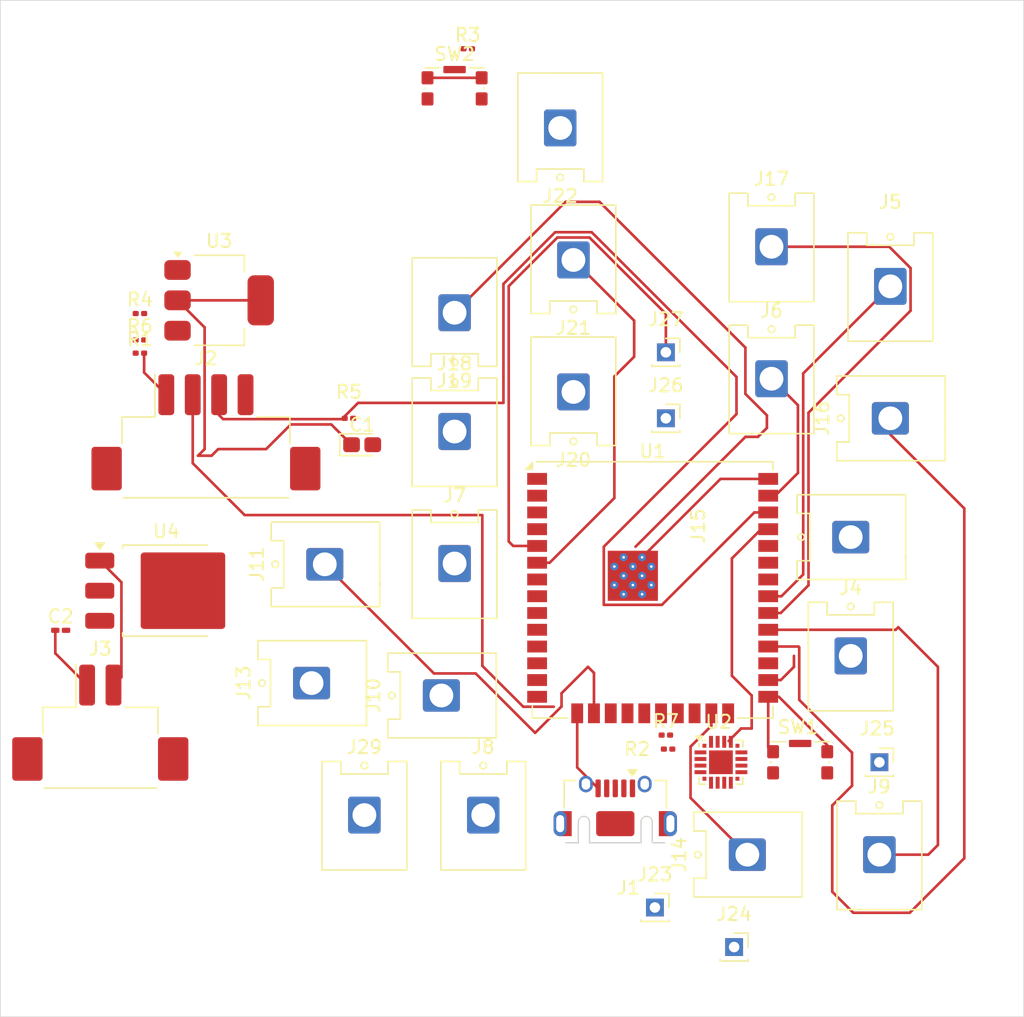
<source format=kicad_pcb>
(kicad_pcb (version 20241229) (generator "pcbnew") (generator_version "9.0")
  (layers (0 "F.Cu" signal) (2 "B.Cu" signal) (13 "F.Paste" user) (15 "B.Paste" user) (5 "F.SilkS" user "F.Silkscreen") (7 "B.SilkS" user "B.Silkscreen") (1 "F.Mask" user) (3 "B.Mask" user) (25 "Edge.Cuts" user))
  (net 0 "")
  (net 1 "Net-(U1-VDD)")
  (net 2 "+3.3V")
  (net 3 "Net-(U4-VI)")
  (net 4 "/VOLT_IN")
  (net 5 "GND")
  (net 6 "/D+")
  (net 7 "/D-")
  (net 8 "/VBUS")
  (net 9 "/SCL")
  (net 10 "Net-(J2-Pin_1)")
  (net 11 "/SDA")
  (net 12 "Net-(J4-Pin_1)")
  (net 13 "Net-(J5-Pin_1)")
  (net 14 "Net-(J6-Pin_1)")
  (net 15 "Net-(J7-Pin_1)")
  (net 16 "Net-(J8-Pin_1)")
  (net 17 "Net-(J9-Pin_1)")
  (net 18 "Net-(J10-Pin_1)")
  (net 19 "Net-(J11-Pin_1)")
  (net 20 "Net-(J13-Pin_1)")
  (net 21 "Net-(J14-Pin_1)")
  (net 22 "Net-(J15-Pin_1)")
  (net 23 "Net-(J16-Pin_1)")
  (net 24 "Net-(J17-Pin_1)")
  (net 25 "Net-(J18-Pin_1)")
  (net 26 "Net-(J19-Pin_1)")
  (net 27 "Net-(J20-Pin_1)")
  (net 28 "Net-(J21-Pin_1)")
  (net 29 "Net-(J22-Pin_1)")
  (net 30 "Net-(J23-Pin_1)")
  (net 31 "Net-(J24-Pin_1)")
  (net 32 "Net-(J25-Pin_1)")
  (net 33 "Net-(J26-Pin_1)")
  (net 34 "Net-(J27-Pin_1)")
  (net 35 "Net-(J29-Pin_1)")
  (net 36 "VCC")
  (net 37 "/BOOT")
  (net 38 "Net-(R3-Pad2)")
  (net 39 "Net-(U3-VI)")
  (net 40 "Net-(U2-~{RST})")
  (net 41 "Net-(U1-EN)")
  (net 45 "/UART_RX")
  (net 50 "/UART_TX")
  (footprint "Connector_Hirose:Hirose_DF63M-1P-3.96DSA_1x01_P3.96mm_Vertical" (layer "F.Cu") (at 170.4 91.67 90)
    (property "Reference" "J16" (at 0 -5.15 90) (layer "F.SilkS"))
    (property "Value" "GPIO17")
    (pad "" np_thru_hole circle (at -1.5 3.25 90) (size 1.6 1.6) (drill 1.6) (layers "*.Cu" "*.Mask"))
    (pad "1" thru_hole roundrect (at 0 0 90) (size 2.46 2.8) (drill 1.8) (layers "*.Cu" "*.Mask") (roundrect_rratio 0.101626) (net 23 "Net-(J16-Pin_1)"))
  )
  (footprint "Connector_Hirose:Hirose_DF63M-1P-3.96DSA_1x01_P3.96mm_Vertical" (layer "F.Cu") (at 167.4 100.67 90)
    (property "Reference" "J15" (at 0.83 -11.55 90) (layer "F.SilkS"))
    (property "Value" "GPIO16")
    (pad "" np_thru_hole circle (at -1.5 3.25 90) (size 1.6 1.6) (drill 1.6) (layers "*.Cu" "*.Mask"))
    (pad "1" thru_hole roundrect (at 0 0 90) (size 2.46 2.8) (drill 1.8) (layers "*.Cu" "*.Mask") (roundrect_rratio 0.101626) (net 22 "Net-(J15-Pin_1)"))
  )
  (footprint "Connector_Hirose:Hirose_DF63M-1P-3.96DSA_1x01_P3.96mm_Vertical" (layer "F.Cu") (at 161.4 88.67)
    (property "Reference" "J6" (at 0 -5.15 0) (layer "F.SilkS"))
    (property "Value" "GPIO23")
    (pad "" np_thru_hole circle (at -1.5 3.25) (size 1.6 1.6) (drill 1.6) (layers "*.Cu" "*.Mask"))
    (pad "1" thru_hole roundrect (at 0 0) (size 2.46 2.8) (drill 1.8) (layers "*.Cu" "*.Mask") (roundrect_rratio 0.101626) (net 14 "Net-(J6-Pin_1)"))
  )
  (footprint "Connector_Hirose:Hirose_DF63M-1P-3.96DSA_1x01_P3.96mm_Vertical" (layer "F.Cu") (at 161.4 78.67)
    (property "Reference" "J17" (at 0 -5.15 0) (layer "F.SilkS"))
    (property "Value" "GPIO18")
    (pad "" np_thru_hole circle (at -1.5 3.25) (size 1.6 1.6) (drill 1.6) (layers "*.Cu" "*.Mask"))
    (pad "1" thru_hole roundrect (at 0 0) (size 2.46 2.8) (drill 1.8) (layers "*.Cu" "*.Mask") (roundrect_rratio 0.101626) (net 24 "Net-(J17-Pin_1)"))
  )
  (footprint "Connector_Hirose:Hirose_DF63M-1P-3.96DSA_1x01_P3.96mm_Vertical" (layer "F.Cu") (at 137.4 92.67)
    (property "Reference" "J18" (at 0 -5.15 0) (layer "F.SilkS"))
    (property "Value" "GPIO27")
    (pad "" np_thru_hole circle (at -1.5 3.25) (size 1.6 1.6) (drill 1.6) (layers "*.Cu" "*.Mask"))
    (pad "1" thru_hole roundrect (at 0 0) (size 2.46 2.8) (drill 1.8) (layers "*.Cu" "*.Mask") (roundrect_rratio 0.101626) (net 25 "Net-(J18-Pin_1)"))
  )
  (footprint "Resistor_SMD:R_0201_0603Metric" (layer "F.Cu") (at 113.57 86.73)
    (property "Reference" "R1" (at 0 -1.05 0) (layer "F.SilkS"))
    (property "Value" "2.3k")
    (pad "1" smd roundrect (at -0.32 0) (size 0.46 0.4) (layers "F.Cu" "F.Mask") (net 36 "VCC"))
    (pad "2" smd roundrect (at 0.32 0) (size 0.46 0.4) (layers "F.Cu" "F.Mask") (net 10 "Net-(J2-Pin_1)"))
  )
  (footprint "Capacitor_Tantalum_SMD:CP_EIA-1608-08_AVX-J_HandSolder" (layer "F.Cu") (at 130.4 93.67)
    (property "Reference" "C1" (at 0 -1.52 0) (layer "F.SilkS"))
    (property "Value" "10uf")
    (pad "1" smd roundrect (at -0.8025 0) (size 1.265 1.13) (layers "F.Cu" "F.Mask" "F.Paste") (roundrect_rratio 0.221239) (net 2 "+3.3V"))
    (pad "2" smd roundrect (at 0.8025 0) (size 1.265 1.13) (layers "F.Cu" "F.Mask" "F.Paste") (roundrect_rratio 0.221239) (net 1 "Net-(U1-VDD)"))
  )
  (footprint "Connector_PinSocket_2.00mm:PinSocket_1x01_P2.00mm_Vertical" (layer "F.Cu") (at 158.57 131.73)
    (property "Reference" "J24" (at 0 -2.5 0) (layer "F.SilkS"))
    (property "Value" "O_RTS")
    (pad "1" thru_hole rect (at 0 0) (size 1.35 1.35) (drill 0.8) (layers "*.Cu" "*.Mask") (net 31 "Net-(J24-Pin_1)"))
  )
  (footprint "Connector_Hirose:Hirose_DF63M-1P-3.96DSA_1x01_P3.96mm_Vertical" (layer "F.Cu") (at 145.4 69.67 180)
    (property "Reference" "J22" (at 0 -5.15 0) (layer "F.SilkS"))
    (property "Value" "GPIO35")
    (pad "" np_thru_hole circle (at -1.5 3.25 180) (size 1.6 1.6) (drill 1.6) (layers "*.Cu" "*.Mask"))
    (pad "1" thru_hole roundrect (at 0 0 180) (size 2.46 2.8) (drill 1.8) (layers "*.Cu" "*.Mask") (roundrect_rratio 0.101626) (net 29 "Net-(J22-Pin_1)"))
  )
  (footprint "Connector_PinSocket_2.00mm:PinSocket_1x01_P2.00mm_Vertical" (layer "F.Cu") (at 153.4 86.67)
    (property "Reference" "J27" (at 0 -2.5 0) (layer "F.SilkS"))
    (property "Value" "Sensor_VN")
    (pad "1" thru_hole rect (at 0 0) (size 1.35 1.35) (drill 0.8) (layers "*.Cu" "*.Mask") (net 34 "Net-(J27-Pin_1)"))
  )
  (footprint "Resistor_SMD:R_0201_0603Metric" (layer "F.Cu") (at 129.4 91.67)
    (property "Reference" "R5" (at 0 -2 0) (layer "F.SilkS"))
    (property "Value" "4.4k")
    (pad "1" smd roundrect (at -0.32 0) (size 0.46 0.4) (layers "F.Cu" "F.Mask") (net 9 "/SCL"))
    (pad "2" smd roundrect (at 0.32 0) (size 0.46 0.4) (layers "F.Cu" "F.Mask") (net 2 "+3.3V"))
  )
  (footprint "Connector_Hirose:Hirose_DF63M-1P-3.96DSA_1x01_P3.96mm_Vertical" (layer "F.Cu") (at 167.4 109.67)
    (property "Reference" "J4" (at 0 -5.15 0) (layer "F.SilkS"))
    (property "Value" "GPIO4")
    (pad "" np_thru_hole circle (at -1.5 3.25) (size 1.6 1.6) (drill 1.6) (layers "*.Cu" "*.Mask"))
    (pad "1" thru_hole roundrect (at 0 0) (size 2.46 2.8) (drill 1.8) (layers "*.Cu" "*.Mask") (roundrect_rratio 0.101626) (net 12 "Net-(J4-Pin_1)"))
  )
  (footprint "Resistor_SMD:R_0201_0603Metric" (layer "F.Cu") (at 113.57 83.73)
    (property "Reference" "R4" (at 0 -1.05 0) (layer "F.SilkS"))
    (property "Value" "4.4k")
    (pad "1" smd roundrect (at -0.32 0) (size 0.46 0.4) (layers "F.Cu" "F.Mask") (net 2 "+3.3V"))
    (pad "2" smd roundrect (at 0.32 0) (size 0.46 0.4) (layers "F.Cu" "F.Mask") (net 11 "/SDA"))
  )
  (footprint "Resistor_SMD:R_0201_0603Metric" (layer "F.Cu") (at 153.57 116.73)
    (property "Reference" "R2" (at -2.345 0 0) (layer "F.SilkS"))
    (property "Value" "10K")
    (pad "1" smd roundrect (at -0.32 0) (size 0.46 0.4) (layers "F.Cu" "F.Mask") (net 36 "VCC"))
    (pad "2" smd roundrect (at 0.32 0) (size 0.46 0.4) (layers "F.Cu" "F.Mask") (net 37 "/BOOT"))
  )
  (footprint "RF_Module:ESP32-WROOM-32UE" (layer "F.Cu") (at 152.4 104.67)
    (property "Reference" "U1" (at 0 -10.5 0) (layer "F.SilkS"))
    (property "Value" "ESP32-WROOM-32UE")
    (pad "1" smd rect (at -8.75 -8.41) (size 1.5 0.9) (layers "F.Cu" "F.Mask" "F.Paste") (net 5 "GND"))
    (pad "2" smd rect (at -8.75 -7.14) (size 1.5 0.9) (layers "F.Cu" "F.Mask" "F.Paste") (net 1 "Net-(U1-VDD)"))
    (pad "3" smd rect (at -8.75 -5.87) (size 1.5 0.9) (layers "F.Cu" "F.Mask" "F.Paste") (net 41 "Net-(U1-EN)"))
    (pad "4" smd rect (at -8.75 -4.6) (size 1.5 0.9) (layers "F.Cu" "F.Mask" "F.Paste") (net 33 "Net-(J26-Pin_1)"))
    (pad "5" smd rect (at -8.75 -3.33) (size 1.5 0.9) (layers "F.Cu" "F.Mask" "F.Paste") (net 34 "Net-(J27-Pin_1)"))
    (pad "6" smd rect (at -8.75 -2.06) (size 1.5 0.9) (layers "F.Cu" "F.Mask" "F.Paste") (net 28 "Net-(J21-Pin_1)"))
    (pad "7" smd rect (at -8.75 -0.79) (size 1.5 0.9) (layers "F.Cu" "F.Mask" "F.Paste") (net 29 "Net-(J22-Pin_1)"))
    (pad "8" smd rect (at -8.75 0.48) (size 1.5 0.9) (layers "F.Cu" "F.Mask" "F.Paste") (net 26 "Net-(J19-Pin_1)"))
    (pad "9" smd rect (at -8.75 1.75) (size 1.5 0.9) (layers "F.Cu" "F.Mask" "F.Paste") (net 27 "Net-(J20-Pin_1)"))
    (pad "10" smd rect (at -8.75 3.02) (size 1.5 0.9) (layers "F.Cu" "F.Mask" "F.Paste") (net 15 "Net-(J7-Pin_1)"))
    (pad "11" smd rect (at -8.75 4.29) (size 1.5 0.9) (layers "F.Cu" "F.Mask" "F.Paste") (net 16 "Net-(J8-Pin_1)"))
    (pad "12" smd rect (at -8.75 5.56) (size 1.5 0.9) (layers "F.Cu" "F.Mask" "F.Paste") (net 25 "Net-(J18-Pin_1)"))
    (pad "13" smd rect (at -8.75 6.83) (size 1.5 0.9) (layers "F.Cu" "F.Mask" "F.Paste") (net 20 "Net-(J13-Pin_1)"))
    (pad "14" smd rect (at -8.75 8.1) (size 1.5 0.9) (layers "F.Cu" "F.Mask" "F.Paste") (net 18 "Net-(J10-Pin_1)"))
    (pad "15" smd rect (at -5.715 9.35 90) (size 1.5 0.9) (layers "F.Cu" "F.Mask" "F.Paste") (net 5 "GND"))
    (pad "16" smd rect (at -4.445 9.35 90) (size 1.5 0.9) (layers "F.Cu" "F.Mask" "F.Paste") (net 19 "Net-(J11-Pin_1)"))
    (pad "17" smd rect (at -3.175 9.35 90) (size 1.5 0.9) (layers "F.Cu" "F.Mask" "F.Paste"))
    (pad "18" smd rect (at -1.905 9.35 90) (size 1.5 0.9) (layers "F.Cu" "F.Mask" "F.Paste"))
    (pad "19" smd rect (at -0.635 9.35 90) (size 1.5 0.9) (layers "F.Cu" "F.Mask" "F.Paste"))
    (pad "20" smd rect (at 0.635 9.35 90) (size 1.5 0.9) (layers "F.Cu" "F.Mask" "F.Paste"))
    (pad "21" smd rect (at 1.905 9.35 90) (size 1.5 0.9) (layers "F.Cu" "F.Mask" "F.Paste"))
    (pad "22" smd rect (at 3.175 9.35 90) (size 1.5 0.9) (layers "F.Cu" "F.Mask" "F.Paste"))
    (pad "23" smd rect (at 4.445 9.35 90) (size 1.5 0.9) (layers "F.Cu" "F.Mask" "F.Paste") (net 21 "Net-(J14-Pin_1)"))
    (pad "24" smd rect (at 5.715 9.35 90) (size 1.5 0.9) (layers "F.Cu" "F.Mask" "F.Paste") (net 35 "Net-(J29-Pin_1)"))
    (pad "25" smd rect (at 8.75 8.1) (size 1.5 0.9) (layers "F.Cu" "F.Mask" "F.Paste") (net 37 "/BOOT"))
    (pad "26" smd rect (at 8.75 6.83) (size 1.5 0.9) (layers "F.Cu" "F.Mask" "F.Paste") (net 12 "Net-(J4-Pin_1)"))
    (pad "27" smd rect (at 8.75 5.56) (size 1.5 0.9) (layers "F.Cu" "F.Mask" "F.Paste") (net 22 "Net-(J15-Pin_1)"))
    (pad "28" smd rect (at 8.75 4.29) (size 1.5 0.9) (layers "F.Cu" "F.Mask" "F.Paste") (net 23 "Net-(J16-Pin_1)"))
    (pad "29" smd rect (at 8.75 3.02) (size 1.5 0.9) (layers "F.Cu" "F.Mask" "F.Paste") (net 17 "Net-(J9-Pin_1)"))
    (pad "30" smd rect (at 8.75 1.75) (size 1.5 0.9) (layers "F.Cu" "F.Mask" "F.Paste") (net 24 "Net-(J17-Pin_1)"))
    (pad "31" smd rect (at 8.75 0.48) (size 1.5 0.9) (layers "F.Cu" "F.Mask" "F.Paste") (net 13 "Net-(J5-Pin_1)"))
    (pad "32" smd rect (at 8.75 -0.79) (size 1.5 0.9) (layers "F.Cu" "F.Mask" "F.Paste"))
    (pad "33" smd rect (at 8.75 -2.06) (size 1.5 0.9) (layers "F.Cu" "F.Mask" "F.Paste") (net 11 "/SDA"))
    (pad "34" smd rect (at 8.75 -3.33) (size 1.5 0.9) (layers "F.Cu" "F.Mask" "F.Paste") (net 45 "/UART_RX"))
    (pad "35" smd rect (at 8.75 -4.6) (size 1.5 0.9) (layers "F.Cu" "F.Mask" "F.Paste") (net 50 "/UART_TX"))
    (pad "36" smd rect (at 8.75 -5.87) (size 1.5 0.9) (layers "F.Cu" "F.Mask" "F.Paste") (net 9 "/SCL"))
    (pad "37" smd rect (at 8.75 -7.14) (size 1.5 0.9) (layers "F.Cu" "F.Mask" "F.Paste") (net 14 "Net-(J6-Pin_1)"))
    (pad "38" smd rect (at 8.75 -8.41) (size 1.5 0.9) (layers "F.Cu" "F.Mask" "F.Paste") (net 5 "GND"))
    (pad "39" smd rect (at -2.9 -2.47) (size 0.9 0.9) (layers "F.Cu" "F.Paste") (net 5 "GND"))
    (pad "39" thru_hole circle (at -2.9 -1.77) (size 0.6 0.6) (drill 0.2) (property pad_prop_heatsink) (layers "*.Cu" "F.Mask") (net 5 "GND"))
    (pad "39" smd rect (at -2.9 -1.07) (size 0.9 0.9) (layers "F.Cu" "F.Paste") (net 5 "GND"))
    (pad "39" thru_hole circle (at -2.9 -0.37) (size 0.6 0.6) (drill 0.2) (property pad_prop_heatsink) (layers "*.Cu" "F.Mask") (net 5 "GND"))
    (pad "39" smd rect (at -2.9 0.33) (size 0.9 0.9) (layers "F.Cu" "F.Paste") (net 5 "GND"))
    (pad "39" thru_hole circle (at -2.2 -2.47) (size 0.6 0.6) (drill 0.2) (property pad_prop_heatsink) (layers "*.Cu" "F.Mask") (net 5 "GND"))
    (pad "39" thru_hole circle (at -2.2 -1.07) (size 0.6 0.6) (drill 0.2) (property pad_prop_heatsink) (layers "*.Cu" "F.Mask") (net 5 "GND"))
    (pad "39" thru_hole circle (at -2.2 0.33) (size 0.6 0.6) (drill 0.2) (property pad_prop_heatsink) (layers "*.Cu" "F.Mask") (net 5 "GND"))
    (pad "39" smd rect (at -1.5 -2.47) (size 0.9 0.9) (layers "F.Cu" "F.Paste") (net 5 "GND"))
    (pad "39" thru_hole circle (at -1.5 -1.77) (size 0.6 0.6) (drill 0.2) (property pad_prop_heatsink) (layers "*.Cu" "F.Mask") (net 5 "GND"))
    (pad "39" smd rect (at -1.5 -1.07) (size 0.9 0.9) (layers "F.Cu" "F.Paste") (net 5 "GND"))
    (pad "39" smd rect (at -1.5 -1.07) (size 3.8 3.8) (property pad_prop_heatsink) (layers "F.Cu" "F.Mask") (net 5 "GND"))
    (pad "39" thru_hole circle (at -1.5 -0.37) (size 0.6 0.6) (drill 0.2) (property pad_prop_heatsink) (layers "*.Cu" "F.Mask") (net 5 "GND"))
    (pad "39" smd rect (at -1.5 0.33) (size 0.9 0.9) (layers "F.Cu" "F.Paste") (net 5 "GND"))
    (pad "39" thru_hole circle (at -0.8 -2.47) (size 0.6 0.6) (drill 0.2) (property pad_prop_heatsink) (layers "*.Cu" "F.Mask") (net 5 "GND"))
    (pad "39" thru_hole circle (at -0.8 -1.07) (size 0.6 0.6) (drill 0.2) (property pad_prop_heatsink) (layers "*.Cu" "F.Mask") (net 5 "GND"))
    (pad "39" thru_hole circle (at -0.8 0.33) (size 0.6 0.6) (drill 0.2) (property pad_prop_heatsink) (layers "*.Cu" "F.Mask") (net 5 "GND"))
    (pad "39" smd rect (at -0.1 -2.47) (size 0.9 0.9) (layers "F.Cu" "F.Paste") (net 5 "GND"))
    (pad "39" thru_hole circle (at -0.1 -1.77) (size 0.6 0.6) (drill 0.2) (property pad_prop_heatsink) (layers "*.Cu" "F.Mask") (net 5 "GND"))
    (pad "39" smd rect (at -0.1 -1.07) (size 0.9 0.9) (layers "F.Cu" "F.Paste") (net 5 "GND"))
    (pad "39" thru_hole circle (at -0.1 -0.37) (size 0.6 0.6) (drill 0.2) (property pad_prop_heatsink) (layers "*.Cu" "F.Mask") (net 5 "GND"))
    (pad "39" smd rect (at -0.1 0.33) (size 0.9 0.9) (layers "F.Cu" "F.Paste") (net 5 "GND"))
  )
  (footprint "Connector_PinSocket_2.00mm:PinSocket_1x01_P2.00mm_Vertical" (layer "F.Cu") (at 153.4 91.67)
    (property "Reference" "J26" (at 0 -2.5 0) (layer "F.SilkS"))
    (property "Value" "Sensor_VN")
    (pad "1" thru_hole rect (at 0 0) (size 1.35 1.35) (drill 0.8) (layers "*.Cu" "*.Mask") (net 33 "Net-(J26-Pin_1)"))
  )
  (footprint "Resistor_SMD:R_0201_0603Metric" (layer "F.Cu") (at 113.57 85.73)
    (property "Reference" "R6" (at 0 -1.05 0) (layer "F.SilkS"))
    (property "Value" "2.3k")
    (pad "1" smd roundrect (at -0.32 0) (size 0.46 0.4) (layers "F.Cu" "F.Mask") (net 36 "VCC"))
    (pad "2" smd roundrect (at 0.32 0) (size 0.46 0.4) (layers "F.Cu" "F.Mask") (net 39 "Net-(U3-VI)"))
  )
  (footprint "Connector_Hirose:Hirose_DF63M-1P-3.96DSA_1x01_P3.96mm_Vertical" (layer "F.Cu") (at 170.4 81.67)
    (property "Reference" "J5" (at 0 -6.4 0) (layer "F.SilkS"))
    (property "Value" "GPIO19")
    (pad "" np_thru_hole circle (at -1.5 3.25) (size 1.6 1.6) (drill 1.6) (layers "*.Cu" "*.Mask"))
    (pad "1" thru_hole roundrect (at 0 0) (size 2.46 2.8) (drill 1.8) (layers "*.Cu" "*.Mask") (roundrect_rratio 0.101626) (net 13 "Net-(J5-Pin_1)"))
  )
  (footprint "Connector_Hirose:Hirose_DF63M-1P-3.96DSA_1x01_P3.96mm_Vertical" (layer "F.Cu") (at 137.4 102.67)
    (property "Reference" "J7" (at 0 -5.15 0) (layer "F.SilkS"))
    (property "Value" "GPIO25")
    (pad "" np_thru_hole circle (at -1.5 3.25) (size 1.6 1.6) (drill 1.6) (layers "*.Cu" "*.Mask"))
    (pad "1" thru_hole roundrect (at 0 0) (size 2.46 2.8) (drill 1.8) (layers "*.Cu" "*.Mask") (roundrect_rratio 0.101626) (net 15 "Net-(J7-Pin_1)"))
  )
  (footprint "Connector_Hirose:Hirose_DF63M-1P-3.96DSA_1x01_P3.96mm_Vertical" (layer "F.Cu") (at 136.4 112.67 90)
    (property "Reference" "J10" (at 0 -5.15 90) (layer "F.SilkS"))
    (property "Value" "GPIO12")
    (pad "" np_thru_hole circle (at -1.5 3.25 90) (size 1.6 1.6) (drill 1.6) (layers "*.Cu" "*.Mask"))
    (pad "1" thru_hole roundrect (at 0 0 90) (size 2.46 2.8) (drill 1.8) (layers "*.Cu" "*.Mask") (roundrect_rratio 0.101626) (net 18 "Net-(J10-Pin_1)"))
  )
  (footprint "Resistor_SMD:R_0201_0603Metric" (layer "F.Cu") (at 138.4 63.67)
    (property "Reference" "R3" (at 0 -1.05 0) (layer "F.SilkS"))
    (property "Value" "10k")
    (pad "1" smd roundrect (at -0.32 0) (size 0.46 0.4) (layers "F.Cu" "F.Mask") (net 5 "GND"))
    (pad "2" smd roundrect (at 0.32 0) (size 0.46 0.4) (layers "F.Cu" "F.Mask") (net 38 "Net-(R3-Pad2)"))
  )
  (footprint "Connector_Hirose:Hirose_DF63M-1P-3.96DSA_1x01_P3.96mm_Vertical" (layer "F.Cu") (at 169.57 124.73)
    (property "Reference" "J9" (at 0 -5.15 0) (layer "F.SilkS"))
    (property "Value" "GPIO5")
    (pad "" np_thru_hole circle (at -1.5 3.25) (size 1.6 1.6) (drill 1.6) (layers "*.Cu" "*.Mask"))
    (pad "1" thru_hole roundrect (at 0 0) (size 2.46 2.8) (drill 1.8) (layers "*.Cu" "*.Mask") (roundrect_rratio 0.101626) (net 17 "Net-(J9-Pin_1)"))
  )
  (footprint "Connector_Hirose:Hirose_DF63M-1P-3.96DSA_1x01_P3.96mm_Vertical" (layer "F.Cu") (at 137.4 83.67 180)
    (property "Reference" "J19" (at 0 -5.15 0) (layer "F.SilkS"))
    (property "Value" "GPIO32")
    (pad "" np_thru_hole circle (at -1.5 3.25 180) (size 1.6 1.6) (drill 1.6) (layers "*.Cu" "*.Mask"))
    (pad "1" thru_hole roundrect (at 0 0 180) (size 2.46 2.8) (drill 1.8) (layers "*.Cu" "*.Mask") (roundrect_rratio 0.101626) (net 26 "Net-(J19-Pin_1)"))
  )
  (footprint "Connector_Hirose:Hirose_DF63M-1P-3.96DSA_1x01_P3.96mm_Vertical" (layer "F.Cu") (at 146.4 89.67 180)
    (property "Reference" "J20" (at 0 -5.15 0) (layer "F.SilkS"))
    (property "Value" "GPIO33")
    (pad "" np_thru_hole circle (at -1.5 3.25 180) (size 1.6 1.6) (drill 1.6) (layers "*.Cu" "*.Mask"))
    (pad "1" thru_hole roundrect (at 0 0 180) (size 2.46 2.8) (drill 1.8) (layers "*.Cu" "*.Mask") (roundrect_rratio 0.101626) (net 27 "Net-(J20-Pin_1)"))
  )
  (footprint "Connector_PinSocket_2.00mm:PinSocket_1x01_P2.00mm_Vertical" (layer "F.Cu") (at 152.57 128.73)
    (property "Reference" "J23" (at 0 -2.5 0) (layer "F.SilkS"))
    (property "Value" "3.3V_INPUT")
    (pad "1" thru_hole rect (at 0 0) (size 1.35 1.35) (drill 0.8) (layers "*.Cu" "*.Mask") (net 30 "Net-(J23-Pin_1)"))
  )
  (footprint "Connector_Hirose:Hirose_DF63M-1P-3.96DSA_1x01_P3.96mm_Vertical" (layer "F.Cu") (at 127.57 102.73 90)
    (property "Reference" "J11" (at 0 -5.15 90) (layer "F.SilkS"))
    (property "Value" "GPIO13")
    (pad "" np_thru_hole circle (at -1.5 3.25 90) (size 1.6 1.6) (drill 1.6) (layers "*.Cu" "*.Mask"))
    (pad "1" thru_hole roundrect (at 0 0 90) (size 2.46 2.8) (drill 1.8) (layers "*.Cu" "*.Mask") (roundrect_rratio 0.101626) (net 19 "Net-(J11-Pin_1)"))
  )
  (footprint "Connector_Hirose:Hirose_DF3EA-02P-2H_1x02-1MP_P2.00mm_Horizontal" (layer "F.Cu") (at 110.57 114.73)
    (property "Reference" "J3" (at 0 -5.6 0) (layer "F.SilkS"))
    (property "Value" "5V_VIN")
    (pad "1" smd roundrect (at -1 -2.85) (size 1.2 3.1) (layers "F.Cu" "F.Mask" "F.Paste") (roundrect_rratio 0.208333) (net 4 "/VOLT_IN"))
    (pad "2" smd roundrect (at 1 -2.85) (size 1.2 3.1) (layers "F.Cu" "F.Mask" "F.Paste") (roundrect_rratio 0.208333) (net 5 "GND"))
    (pad "MP" smd roundrect (at -5.52 2.75) (size 2.3 3.3) (layers "F.Cu" "F.Mask" "F.Paste") (roundrect_rratio 0.108696))
    (pad "MP" smd roundrect (at 5.52 2.75) (size 2.3 3.3) (layers "F.Cu" "F.Mask" "F.Paste") (roundrect_rratio 0.108696))
  )
  (footprint "Package_DFN_QFN:SiliconLabs_QFN-20-1EP_3x3mm_P0.5mm_EP1.8x1.8mm" (layer "F.Cu") (at 157.57 117.73)
    (property "Reference" "U2" (at -0.17 -3.06 0) (layer "F.SilkS"))
    (property "Value" "CP2102N-Axx-xQFN20")
    (pad "1" smd rect (at -1.25 -1.25) (size 0.3 0.3) (layers "F.Cu" "F.Mask" "F.Paste"))
    (pad "2" smd rect (at -1.55 -0.75) (size 0.9 0.3) (layers "F.Cu" "F.Mask" "F.Paste"))
    (pad "3" smd rect (at -1.55 -0.25) (size 0.9 0.3) (layers "F.Cu" "F.Mask" "F.Paste") (net 5 "GND"))
    (pad "4" smd rect (at -1.55 0.25) (size 0.9 0.3) (layers "F.Cu" "F.Mask" "F.Paste") (net 6 "/D+"))
    (pad "5" smd rect (at -1.55 0.75) (size 0.9 0.3) (layers "F.Cu" "F.Mask" "F.Paste") (net 7 "/D-"))
    (pad "6" smd rect (at -1.25 1.25) (size 0.3 0.3) (layers "F.Cu" "F.Mask" "F.Paste") (net 30 "Net-(J23-Pin_1)"))
    (pad "7" smd rect (at -0.75 1.55 90) (size 0.9 0.3) (layers "F.Cu" "F.Mask" "F.Paste") (net 36 "VCC"))
    (pad "8" smd rect (at -0.25 1.55 90) (size 0.9 0.3) (layers "F.Cu" "F.Mask" "F.Paste") (net 8 "/VBUS"))
    (pad "9" smd rect (at 0.25 1.55 90) (size 0.9 0.3) (layers "F.Cu" "F.Mask" "F.Paste") (net 40 "Net-(U2-~{RST})"))
    (pad "10" smd rect (at 0.75 1.55 90) (size 0.9 0.3) (layers "F.Cu" "F.Mask" "F.Paste"))
    (pad "11" smd rect (at 1.25 1.25) (size 0.3 0.3) (layers "F.Cu" "F.Mask" "F.Paste"))
    (pad "12" smd rect (at 1.55 0.75) (size 0.9 0.3) (layers "F.Cu" "F.Mask" "F.Paste") (net 5 "GND"))
    (pad "13" smd rect (at 1.55 0.25) (size 0.9 0.3) (layers "F.Cu" "F.Mask" "F.Paste"))
    (pad "14" smd rect (at 1.55 -0.25) (size 0.9 0.3) (layers "F.Cu" "F.Mask" "F.Paste"))
    (pad "15" smd rect (at 1.55 -0.75) (size 0.9 0.3) (layers "F.Cu" "F.Mask" "F.Paste") (net 32 "Net-(J25-Pin_1)"))
    (pad "16" smd rect (at 1.25 -1.25) (size 0.3 0.3) (layers "F.Cu" "F.Mask" "F.Paste") (net 31 "Net-(J24-Pin_1)"))
    (pad "17" smd rect (at 0.75 -1.55 90) (size 0.9 0.3) (layers "F.Cu" "F.Mask" "F.Paste") (net 50 "/UART_TX"))
    (pad "18" smd rect (at 0.25 -1.55 90) (size 0.9 0.3) (layers "F.Cu" "F.Mask" "F.Paste") (net 45 "/UART_RX"))
    (pad "19" smd rect (at -0.25 -1.55 90) (size 0.9 0.3) (layers "F.Cu" "F.Mask" "F.Paste"))
    (pad "20" smd rect (at -0.75 -1.55 90) (size 0.9 0.3) (layers "F.Cu" "F.Mask" "F.Paste"))
    (pad "21" smd rect (at 0 0) (size 1.8 1.8) (layers "F.Cu" "F.Mask") (net 5 "GND"))
  )
  (footprint "Button_Switch_SMD:SW_SPST_CK_KMS2xxGP" (layer "F.Cu") (at 137.4 66.67)
    (property "Reference" "SW2" (at 0 -2.6 0) (layer "F.SilkS"))
    (property "Value" "CK_KMS2xxG")
    (pad "" np_thru_hole circle (at -0.975 0.75) (size 0.9 0.9) (drill 0.9) (layers "*.Cu" "*.Mask"))
    (pad "" np_thru_hole circle (at 0.975 0.75) (size 0.9 0.9) (drill 0.9) (layers "*.Cu" "*.Mask"))
    (pad "1" smd roundrect (at -2.05 -0.8) (size 0.9 1) (layers "F.Cu" "F.Mask" "F.Paste") (roundrect_rratio 0.15) (net 38 "Net-(R3-Pad2)"))
    (pad "1" smd roundrect (at 2.05 -0.8) (size 0.9 1) (layers "F.Cu" "F.Mask" "F.Paste") (roundrect_rratio 0.15) (net 38 "Net-(R3-Pad2)"))
    (pad "2" smd roundrect (at -2.05 0.8) (size 0.9 1) (layers "F.Cu" "F.Mask" "F.Paste") (roundrect_rratio 0.15) (net 41 "Net-(U1-EN)"))
    (pad "2" smd roundrect (at 2.05 0.8) (size 0.9 1) (layers "F.Cu" "F.Mask" "F.Paste") (roundrect_rratio 0.15) (net 41 "Net-(U1-EN)"))
    (pad "SH" smd roundrect (at 0 -1.425) (size 1.7 0.55) (layers "F.Cu" "F.Mask" "F.Paste") (roundrect_rratio 0.15) (net 5 "GND"))
  )
  (footprint "Connector_PinSocket_2.00mm:PinSocket_1x01_P2.00mm_Vertical" (layer "F.Cu") (at 169.57 117.73)
    (property "Reference" "J25" (at -0.17 -2.56 0) (layer "F.SilkS"))
    (property "Value" "O_CTS")
    (pad "1" thru_hole rect (at 0 0) (size 1.35 1.35) (drill 0.8) (layers "*.Cu" "*.Mask") (net 32 "Net-(J25-Pin_1)"))
  )
  (footprint "Resistor_SMD:R_0201_0603Metric" (layer "F.Cu") (at 153.4 115.67)
    (property "Reference" "R7" (at 0 -1.05 0) (layer "F.SilkS"))
    (property "Value" "4.4k")
    (pad "1" smd roundrect (at -0.32 0) (size 0.46 0.4) (layers "F.Cu" "F.Mask") (net 36 "VCC"))
    (pad "2" smd roundrect (at 0.32 0) (size 0.46 0.4) (layers "F.Cu" "F.Mask") (net 40 "Net-(U2-~{RST})"))
  )
  (footprint "Connector_USB:USB_Micro-AB_Molex_47590-0001" (layer "F.Cu") (at 149.57 122.73)
    (property "Reference" "J1" (at 1 4.5 180) (layer "F.SilkS"))
    (property "Value" "USB_B_Micro")
    (fp_line (start -3.75 1.1) (end -2.8 1.1) (stroke (width 0.1)) (layer "Edge.Cuts"))
    (fp_line (start -2.8 -0.475) (end -2.8 1.1) (stroke (width 0.1)) (layer "Edge.Cuts"))
    (fp_line (start -1.95 -0.475) (end -1.95 1.1) (stroke (width 0.1)) (layer "Edge.Cuts"))
    (fp_line (start -1.95 1.1) (end 1.95 1.1) (stroke (width 0.1)) (layer "Edge.Cuts"))
    (fp_line (start 1.95 -0.475) (end 1.95 1.1) (stroke (width 0.1)) (layer "Edge.Cuts"))
    (fp_line (start 2.8 -0.475) (end 2.8 1.1) (stroke (width 0.1)) (layer "Edge.Cuts"))
    (fp_line (start 2.8 1.1) (end 3.75 1.1) (stroke (width 0.1)) (layer "Edge.Cuts"))
    (fp_arc (start -2.8 -0.475) (mid -2.375 -0.9) (end -1.95 -0.475) (stroke (width 0.1)) (layer "Edge.Cuts"))
    (fp_arc (start 1.95 -0.475) (mid 2.375 -0.9) (end 2.8 -0.475) (stroke (width 0.1)) (layer "Edge.Cuts"))
    (pad "1" smd roundrect (at 1.3 -3.025) (size 0.4 1.35) (layers "F.Cu" "F.Mask" "F.Paste") (net 8 "/VBUS"))
    (pad "2" smd roundrect (at 0.65 -3.025) (size 0.4 1.35) (layers "F.Cu" "F.Mask" "F.Paste") (net 7 "/D-"))
    (pad "3" smd roundrect (at 0 -3.025) (size 0.4 1.35) (layers "F.Cu" "F.Mask" "F.Paste") (net 6 "/D+"))
    (pad "4" smd roundrect (at -0.65 -3.025) (size 0.4 1.35) (layers "F.Cu" "F.Mask" "F.Paste") (net 5 "GND"))
    (pad "5" smd roundrect (at -1.3 -3.025) (size 0.4 1.35) (layers "F.Cu" "F.Mask" "F.Paste") (net 5 "GND"))
    (pad "6" thru_hole oval (at -4.175 -0.35) (size 1 1.9) (drill oval 0.6 1.3) (property pad_prop_heatsink) (layers "*.Cu" "*.Mask") (net 5 "GND"))
    (pad "6" smd rect (at -3.7375 -0.35) (size 0.875 1.9) (layers "F.Cu" "F.Mask") (net 5 "GND"))
    (pad "6" thru_hole oval (at -2.225 -3.35) (size 1.05 1.25) (drill oval 0.65 0.85) (property pad_prop_heatsink) (layers "*.Cu" "*.Mask") (net 5 "GND"))
    (pad "6" smd roundrect (at 0 -0.35) (size 2.9 1.9) (layers "F.Cu" "F.Mask" "F.Paste") (roundrect_rratio 0.1315789474) (net 5 "GND"))
    (pad "6" thru_hole oval (at 2.225 -3.35) (size 1.05 1.25) (drill oval 0.65 0.85) (property pad_prop_heatsink) (layers "*.Cu" "*.Mask") (net 5 "GND"))
    (pad "6" smd rect (at 3.7375 -0.35) (size 0.875 1.9) (layers "F.Cu" "F.Mask") (net 5 "GND"))
    (pad "6" thru_hole oval (at 4.175 -0.35) (size 1 1.9) (drill oval 0.6 1.3) (property pad_prop_heatsink) (layers "*.Cu" "*.Mask") (net 5 "GND"))
  )
  (footprint "Connector_Hirose:Hirose_DF63M-1P-3.96DSA_1x01_P3.96mm_Vertical" (layer "F.Cu") (at 139.57 121.73)
    (property "Reference" "J8" (at 0 -5.15 0) (layer "F.SilkS"))
    (property "Value" "GPIO26")
    (pad "" np_thru_hole circle (at -1.5 3.25) (size 1.6 1.6) (drill 1.6) (layers "*.Cu" "*.Mask"))
    (pad "1" thru_hole roundrect (at 0 0) (size 2.46 2.8) (drill 1.8) (layers "*.Cu" "*.Mask") (roundrect_rratio 0.101626) (net 16 "Net-(J8-Pin_1)"))
  )
  (footprint "Package_TO_SOT_SMD:SOT-223-3_TabPin2" (layer "F.Cu") (at 119.57 82.73)
    (property "Reference" "U3" (at 0 -4.5 0) (layer "F.SilkS"))
    (property "Value" "AMS1117-3.3")
    (pad "1" smd roundrect (at -3.15 -2.3) (size 2 1.5) (layers "F.Cu" "F.Mask" "F.Paste") (net 5 "GND"))
    (pad "2" smd roundrect (at -3.15 0) (size 2 1.5) (layers "F.Cu" "F.Mask" "F.Paste") (net 2 "+3.3V"))
    (pad "2" smd roundrect (at 3.15 0) (size 2 3.8) (layers "F.Cu" "F.Mask" "F.Paste") (net 2 "+3.3V"))
    (pad "3" smd roundrect (at -3.15 2.3) (size 2 1.5) (layers "F.Cu" "F.Mask" "F.Paste") (net 39 "Net-(U3-VI)"))
  )
  (footprint "Connector_Hirose:Hirose_DF63M-1P-3.96DSA_1x01_P3.96mm_Vertical" (layer "F.Cu") (at 159.57 124.73 90)
    (property "Reference" "J14" (at 0 -5.15 90) (layer "F.SilkS"))
    (property "Value" "GPIO15")
    (pad "" np_thru_hole circle (at -1.5 3.25 90) (size 1.6 1.6) (drill 1.6) (layers "*.Cu" "*.Mask"))
    (pad "1" thru_hole roundrect (at 0 0 90) (size 2.46 2.8) (drill 1.8) (layers "*.Cu" "*.Mask") (roundrect_rratio 0.101626) (net 21 "Net-(J14-Pin_1)"))
  )
  (footprint "Button_Switch_SMD:SW_SPST_CK_KMS2xxGP" (layer "F.Cu") (at 163.57 117.73)
    (property "Reference" "SW1" (at -0.17 -2.66 0) (layer "F.SilkS"))
    (property "Value" "CK_KMS2xxG")
    (pad "" np_thru_hole circle (at -0.975 0.75) (size 0.9 0.9) (drill 0.9) (layers "*.Cu" "*.Mask"))
    (pad "" np_thru_hole circle (at 0.975 0.75) (size 0.9 0.9) (drill 0.9) (layers "*.Cu" "*.Mask"))
    (pad "1" smd roundrect (at -2.05 -0.8) (size 0.9 1) (layers "F.Cu" "F.Mask" "F.Paste") (roundrect_rratio 0.15) (net 37 "/BOOT"))
    (pad "1" smd roundrect (at 2.05 -0.8) (size 0.9 1) (layers "F.Cu" "F.Mask" "F.Paste") (roundrect_rratio 0.15) (net 37 "/BOOT"))
    (pad "2" smd roundrect (at -2.05 0.8) (size 0.9 1) (layers "F.Cu" "F.Mask" "F.Paste") (roundrect_rratio 0.15) (net 5 "GND"))
    (pad "2" smd roundrect (at 2.05 0.8) (size 0.9 1) (layers "F.Cu" "F.Mask" "F.Paste") (roundrect_rratio 0.15) (net 5 "GND"))
    (pad "SH" smd roundrect (at 0 -1.425) (size 1.7 0.55) (layers "F.Cu" "F.Mask" "F.Paste") (roundrect_rratio 0.15) (net 5 "GND"))
  )
  (footprint "Connector_Hirose:Hirose_DF63M-1P-3.96DSA_1x01_P3.96mm_Vertical" (layer "F.Cu") (at 130.57 121.73)
    (property "Reference" "J29" (at 0 -5.15 0) (layer "F.SilkS"))
    (property "Value" "GPIO2")
    (pad "" np_thru_hole circle (at -1.5 3.25) (size 1.6 1.6) (drill 1.6) (layers "*.Cu" "*.Mask"))
    (pad "1" thru_hole roundrect (at 0 0) (size 2.46 2.8) (drill 1.8) (layers "*.Cu" "*.Mask") (roundrect_rratio 0.101626) (net 35 "Net-(J29-Pin_1)"))
  )
  (footprint "Connector_Hirose:Hirose_DF3EA-04P-2H_1x04-1MP_P2.00mm_Horizontal" (layer "F.Cu") (at 118.57 92.73)
    (property "Reference" "J2" (at 0 -5.6 0) (layer "F.SilkS"))
    (property "Value" "I2C_Connector")
    (pad "1" smd roundrect (at -3 -2.85) (size 1.2 3.1) (layers "F.Cu" "F.Mask" "F.Paste") (roundrect_rratio 0.208333) (net 10 "Net-(J2-Pin_1)"))
    (pad "2" smd roundrect (at -1 -2.85) (size 1.2 3.1) (layers "F.Cu" "F.Mask" "F.Paste") (roundrect_rratio 0.208333) (net 11 "/SDA"))
    (pad "3" smd roundrect (at 1 -2.85) (size 1.2 3.1) (layers "F.Cu" "F.Mask" "F.Paste") (roundrect_rratio 0.208333) (net 9 "/SCL"))
    (pad "4" smd roundrect (at 3 -2.85) (size 1.2 3.1) (layers "F.Cu" "F.Mask" "F.Paste") (roundrect_rratio 0.208333) (net 5 "GND"))
    (pad "MP" smd roundrect (at -7.52 2.75) (size 2.3 3.3) (layers "F.Cu" "F.Mask" "F.Paste") (roundrect_rratio 0.108696))
    (pad "MP" smd roundrect (at 7.52 2.75) (size 2.3 3.3) (layers "F.Cu" "F.Mask" "F.Paste") (roundrect_rratio 0.108696))
  )
  (footprint "Connector_Hirose:Hirose_DF63M-1P-3.96DSA_1x01_P3.96mm_Vertical" (layer "F.Cu") (at 126.57 111.73 90)
    (property "Reference" "J13" (at 0 -5.15 90) (layer "F.SilkS"))
    (property "Value" "GPIO14")
    (pad "" np_thru_hole circle (at -1.5 3.25 90) (size 1.6 1.6) (drill 1.6) (layers "*.Cu" "*.Mask"))
    (pad "1" thru_hole roundrect (at 0 0 90) (size 2.46 2.8) (drill 1.8) (layers "*.Cu" "*.Mask") (roundrect_rratio 0.101626) (net 20 "Net-(J13-Pin_1)"))
  )
  (footprint "Capacitor_SMD:C_0201_0603Metric_Pad0.64x0.40mm_HandSolder" (layer "F.Cu") (at 107.57 107.73)
    (property "Reference" "C2" (at 0 -1.05 0) (layer "F.SilkS"))
    (property "Value" "C_US")
    (pad "1" smd roundrect (at -0.4075 0) (size 0.635 0.4) (layers "F.Cu" "F.Mask") (net 4 "/VOLT_IN"))
    (pad "2" smd roundrect (at 0.4075 0) (size 0.635 0.4) (layers "F.Cu" "F.Mask") (net 3 "Net-(U4-VI)"))
  )
  (footprint "Connector_Hirose:Hirose_DF63M-1P-3.96DSA_1x01_P3.96mm_Vertical" (layer "F.Cu") (at 146.4 79.67 180)
    (property "Reference" "J21" (at 0 -5.15 0) (layer "F.SilkS"))
    (property "Value" "GPIO34")
    (pad "" np_thru_hole circle (at -1.5 3.25 180) (size 1.6 1.6) (drill 1.6) (layers "*.Cu" "*.Mask"))
    (pad "1" thru_hole roundrect (at 0 0 180) (size 2.46 2.8) (drill 1.8) (layers "*.Cu" "*.Mask") (roundrect_rratio 0.101626) (net 28 "Net-(J21-Pin_1)"))
  )
  (footprint "Package_TO_SOT_SMD:TO-252-3_TabPin2" (layer "F.Cu") (at 115.57 104.73)
    (property "Reference" "U4" (at 0 -4.5 0) (layer "F.SilkS"))
    (property "Value" "AMS1117CD-5.0")
    (pad "1" smd roundrect (at -5.04 -2.28) (size 2.2 1.2) (layers "F.Cu" "F.Mask" "F.Paste") (roundrect_rratio 0.208333) (net 5 "GND"))
    (pad "2" smd roundrect (at -5.04 0) (size 2.2 1.2) (layers "F.Cu" "F.Mask" "F.Paste") (roundrect_rratio 0.208333) (net 36 "VCC"))
    (pad "2" smd roundrect (at 1.26 0) (size 6.4 5.8) (layers "F.Cu" "F.Mask") (roundrect_rratio 0.043103) (net 36 "VCC"))
    (pad "3" smd roundrect (at -5.04 2.28) (size 2.2 1.2) (layers "F.Cu" "F.Mask" "F.Paste") (roundrect_rratio 0.208333) (net 3 "Net-(U4-VI)"))
  )
  (gr_rect (start 103 60) (end 180.5 137) (stroke (width 0.05)) (fill no) (layer "Edge.Cuts"))
  (segment (start 118.471 84.781) (end 116.42 82.73) (width 0.2) (layer "F.Cu") (net 2))
  (segment (start 119 94.5) (end 117.971 94.5) (width 0.2) (layer "F.Cu") (net 2))
  (segment (start 128.0595 92.132) (end 125 92.132) (width 0.2) (layer "F.Cu") (net 2))
  (segment (start 117.971 94.5) (end 118.471 94) (width 0.2) (layer "F.Cu") (net 2))
  (segment (start 123.132 94) (end 119.5 94) (width 0.2) (layer "F.Cu") (net 2))
  (segment (start 118.471 94) (end 118.471 84.781) (width 0.2) (layer "F.Cu") (net 2))
  (segment (start 119.5 94) (end 119 94.5) (width 0.2) (layer "F.Cu") (net 2))
  (segment (start 129.5975 93.67) (end 128.0595 92.132) (width 0.2) (layer "F.Cu") (net 2))
  (segment (start 116.42 82.73) (end 122.72 82.73) (width 0.2) (layer "F.Cu") (net 2))
  (segment (start 125 92.132) (end 123.132 94) (width 0.2) (layer "F.Cu") (net 2))
  (segment (start 107.1625 109.4725) (end 107.1625 107.73) (width 0.2) (layer "F.Cu") (net 4))
  (segment (start 109.57 111.88) (end 107.1625 109.4725) (width 0.2) (layer "F.Cu") (net 4))
  (segment (start 157.54 96.26) (end 151.6 102.2) (width 0.2) (layer "F.Cu") (net 5))
  (segment (start 111.57 111.88) (end 112.17 111.28) (width 0.2) (layer "F.Cu") (net 5))
  (segment (start 146.685 114.02) (end 146.685 118.12) (width 0.2) (layer "F.Cu") (net 5))
  (segment (start 112.17 111.28) (end 112.17 104.09) (width 0.2) (layer "F.Cu") (net 5))
  (segment (start 146.685 118.12) (end 148.27 119.705) (width 0.2) (layer "F.Cu") (net 5))
  (segment (start 161.15 96.26) (end 157.54 96.26) (width 0.2) (layer "F.Cu") (net 5))
  (segment (start 112.17 104.09) (end 110.53 102.45) (width 0.2) (layer "F.Cu") (net 5))
  (segment (start 158.749 91.349) (end 148.699 101.399) (width 0.2) (layer "F.Cu") (net 9))
  (segment (start 141.099 81.48774) (end 145.01874 77.568) (width 0.2) (layer "F.Cu") (net 9))
  (segment (start 128.85913 91.731) (end 130.09013 90.5) (width 0.2) (layer "F.Cu") (net 9))
  (segment (start 148.699 101.399) (end 148.699 105.801) (width 0.2) (layer "F.Cu") (net 9))
  (segment (start 147.78126 77.568) (end 158.749 88.53574) (width 0.2) (layer "F.Cu") (net 9))
  (segment (start 148.699 105.801) (end 153.101 105.801) (width 0.2) (layer "F.Cu") (net 9))
  (segment (start 158.749 88.53574) (end 158.749 91.349) (width 0.2) (layer "F.Cu") (net 9))
  (segment (start 160.102 98.8) (end 161.15 98.8) (width 0.2) (layer "F.Cu") (net 9))
  (segment (start 141.099 90.5) (end 141.099 81.48774) (width 0.2) (layer "F.Cu") (net 9))
  (segment (start 119.57 91.43) (end 119.871 91.731) (width 0.2) (layer "F.Cu") (net 9))
  (segment (start 119.57 89.88) (end 119.57 91.43) (width 0.2) (layer "F.Cu") (net 9))
  (segment (start 153.101 105.801) (end 160.102 98.8) (width 0.2) (layer "F.Cu") (net 9))
  (segment (start 130.09013 90.5) (end 141.099 90.5) (width 0.2) (layer "F.Cu") (net 9))
  (segment (start 119.871 91.731) (end 128.85913 91.731) (width 0.2) (layer "F.Cu") (net 9))
  (segment (start 145.01874 77.568) (end 147.78126 77.568) (width 0.2) (layer "F.Cu") (net 9))
  (segment (start 115.57 89.88) (end 113.89 88.2) (width 0.2) (layer "F.Cu") (net 10))
  (segment (start 113.89 88.2) (end 113.89 86.73) (width 0.2) (layer "F.Cu") (net 10))
  (segment (start 117.57 95.07) (end 121.5 99) (width 0.2) (layer "F.Cu") (net 11))
  (segment (start 117.57 89.88) (end 117.57 95.07) (width 0.2) (layer "F.Cu") (net 11))
  (segment (start 121.5 99) (end 139.5 99) (width 0.2) (layer "F.Cu") (net 11))
  (segment (start 139.5 99) (end 139.5 110.422) (width 0.2) (layer "F.Cu") (net 11))
  (segment (start 142.599 113.521) (end 144.9119 113.521) (width 0.2) (layer "F.Cu") (net 11))
  (segment (start 139.5 110.422) (end 142.599 113.521) (width 0.2) (layer "F.Cu") (net 11))
  (segment (start 163.099 110.501) (end 163.099 109.67) (width 0.2) (layer "F.Cu") (net 12))
  (segment (start 162.1 111.5) (end 163.099 110.501) (width 0.2) (layer "F.Cu") (net 12))
  (segment (start 161.15 111.5) (end 162.1 111.5) (width 0.2) (layer "F.Cu") (net 12))
  (segment (start 161.15 105.15) (end 162.15 105.15) (width 0.2) (layer "F.Cu") (net 13))
  (segment (start 163.801 103.499) (end 163.801 88.269) (width 0.2) (layer "F.Cu") (net 13))
  (segment (start 162.15 105.15) (end 163.801 103.499) (width 0.2) (layer "F.Cu") (net 13))
  (segment (start 170.9 81.67) (end 170.4 81.67) (width 0.2) (layer "F.Cu") (net 13))
  (segment (start 163.801 88.269) (end 170.4 81.67) (width 0.2) (layer "F.Cu") (net 13))
  (segment (start 163.4 90.67) (end 161.4 88.67) (width 0.2) (layer "F.Cu") (net 14))
  (segment (start 161.15 97.53) (end 161.682 97.53) (width 0.2) (layer "F.Cu") (net 14))
  (segment (start 163.4 95.812) (end 163.4 90.67) (width 0.2) (layer "F.Cu") (net 14))
  (segment (start 161.682 97.53) (end 163.4 95.812) (width 0.2) (layer "F.Cu") (net 14))
  (segment (start 173.27 124.73) (end 169.57 124.73) (width 0.2) (layer "F.Cu") (net 17))
  (segment (start 170.81 107.69) (end 171 107.5) (width 0.2) (layer "F.Cu") (net 17))
  (segment (start 171 107.5) (end 174 110.5) (width 0.2) (layer "F.Cu") (net 17))
  (segment (start 174 124) (end 173.27 124.73) (width 0.2) (layer "F.Cu") (net 17))
  (segment (start 161.15 107.69) (end 170.81 107.69) (width 0.2) (layer "F.Cu") (net 17))
  (segment (start 174 110.5) (end 174 124) (width 0.2) (layer "F.Cu") (net 17))
  (segment (start 145.5 112.5) (end 145.5 113.5) (width 0.2) (layer "F.Cu") (net 19))
  (segment (start 147.955 114.02) (end 147.955 110.955) (width 0.2) (layer "F.Cu") (net 19))
  (segment (start 147.955 110.955) (end 147.5 110.5) (width 0.2) (layer "F.Cu") (net 19))
  (segment (start 143.5 115.5) (end 139 111) (width 0.2) (layer "F.Cu") (net 19))
  (segment (start 139 111) (end 135.84 111) (width 0.2) (layer "F.Cu") (net 19))
  (segment (start 145.5 113.5) (end 143.5 115.5) (width 0.2) (layer "F.Cu") (net 19))
  (segment (start 147.5 110.5) (end 145.5 112.5) (width 0.2) (layer "F.Cu") (net 19))
  (segment (start 135.84 111) (end 127.57 102.73) (width 0.2) (layer "F.Cu") (net 19))
  (segment (start 156.845 114.97) (end 155.269 116.546) (width 0.2) (layer "F.Cu") (net 21))
  (segment (start 155.269 116.546) (end 155.269 120.429) (width 0.2) (layer "F.Cu") (net 21))
  (segment (start 155.269 120.429) (end 159.57 124.73) (width 0.2) (layer "F.Cu") (net 21))
  (segment (start 156.845 114.02) (end 156.845 114.97) (width 0.2) (layer "F.Cu") (net 21))
  (segment (start 176 98.5) (end 170.4 92.9) (width 0.2) (layer "F.Cu") (net 23))
  (segment (start 163.43224 108.96) (end 163.5 109.02776) (width 0.2) (layer "F.Cu") (net 23))
  (segment (start 170.4 92.9) (end 170.4 91.67) (width 0.2) (layer "F.Cu") (net 23))
  (segment (start 167.59324 129.131) (end 171.869 129.131) (width 0.2) (layer "F.Cu") (net 23))
  (segment (start 167.5 119.5) (end 166 121) (width 0.2) (layer "F.Cu") (net 23))
  (segment (start 166 121) (end 166 127.53776) (width 0.2) (layer "F.Cu") (net 23))
  (segment (start 171.869 129.131) (end 176 125) (width 0.2) (layer "F.Cu") (net 23))
  (segment (start 167.5 117) (end 167.5 119.5) (width 0.2) (layer "F.Cu") (net 23))
  (segment (start 161.15 108.96) (end 163.43224 108.96) (width 0.2) (layer "F.Cu") (net 23))
  (segment (start 163.5 113) (end 167.5 117) (width 0.2) (layer "F.Cu") (net 23))
  (segment (start 166 127.53776) (end 167.59324 129.131) (width 0.2) (layer "F.Cu") (net 23))
  (segment (start 163.5 109.02776) (end 163.5 113) (width 0.2) (layer "F.Cu") (net 23))
  (segment (start 176 125) (end 176 98.5) (width 0.2) (layer "F.Cu") (net 23))
  (segment (start 164.202 104.318) (end 162.1 106.42) (width 0.2) (layer "F.Cu") (net 24))
  (segment (start 162.1 106.42) (end 161.15 106.42) (width 0.2) (layer "F.Cu") (net 24))
  (segment (start 161.4 78.67) (end 170.31616 78.67) (width 0.2) (layer "F.Cu") (net 24))
  (segment (start 171.931 83.51676) (end 164.202 91.24576) (width 0.2) (layer "F.Cu") (net 24))
  (segment (start 164.202 91.24576) (end 164.202 104.318) (width 0.2) (layer "F.Cu") (net 24))
  (segment (start 170.31616 78.67) (end 171.931 80.28484) (width 0.2) (layer "F.Cu") (net 24))
  (segment (start 171.931 80.28484) (end 171.931 83.51676) (width 0.2) (layer "F.Cu") (net 24))
  (segment (start 161.051 92.39676) (end 160.37676 93.071) (width 0.2) (layer "F.Cu") (net 26))
  (segment (start 159.429 93.071) (end 151.101 101.399) (width 0.2) (layer "F.Cu") (net 26))
  (segment (start 137.4 83.67) (end 145.801 75.269) (width 0.2) (layer "F.Cu") (net 26))
  (segment (start 161.051 91.44324) (end 161.051 92.39676) (width 0.2) (layer "F.Cu") (net 26))
  (segment (start 145.801 75.269) (end 148.37676 75.269) (width 0.2) (layer "F.Cu") (net 26))
  (segment (start 159.42324 89.81548) (end 161.051 91.44324) (width 0.2) (layer "F.Cu") (net 26))
  (segment (start 159.42324 86.31548) (end 159.42324 89.81548) (width 0.2) (layer "F.Cu") (net 26))
  (segment (start 148.37676 75.269) (end 159.42324 86.31548) (width 0.2) (layer "F.Cu") (net 26))
  (segment (start 160.37676 93.071) (end 159.429 93.071) (width 0.2) (layer "F.Cu") (net 26))
  (segment (start 149.5 88.5) (end 149.5 97.71) (width 0.2) (layer "F.Cu") (net 28))
  (segment (start 149.5 97.71) (end 144.6 102.61) (width 0.2) (layer "F.Cu") (net 28))
  (segment (start 151 87) (end 149.5 88.5) (width 0.2) (layer "F.Cu") (net 28))
  (segment (start 144.6 102.61) (end 143.65 102.61) (width 0.2) (layer "F.Cu") (net 28))
  (segment (start 146.4 79.67) (end 151 84.27) (width 0.2) (layer "F.Cu") (net 28))
  (segment (start 151 84.27) (end 151 87) (width 0.2) (layer "F.Cu") (net 28))
  (segment (start 141.5 81.65384) (end 141.5 101) (width 0.2) (layer "F.Cu") (net 34))
  (segment (start 145.18484 77.969) (end 141.5 81.65384) (width 0.2) (layer "F.Cu") (net 34))
  (segment (start 147.61516 77.969) (end 145.18484 77.969) (width 0.2) (layer "F.Cu") (net 34))
  (segment (start 141.5 101) (end 141.84 101.34) (width 0.2) (layer "F.Cu") (net 34))
  (segment (start 153.4 86.67) (end 153.4 83.75384) (width 0.2) (layer "F.Cu") (net 34))
  (segment (start 153.4 83.75384) (end 147.61516 77.969) (width 0.2) (layer "F.Cu") (net 34))
  (segment (start 141.84 101.34) (end 143.65 101.34) (width 0.2) (layer "F.Cu") (net 34))
  (segment (start 161.15 112.77) (end 161.15 116.56) (width 0.2) (layer "F.Cu") (net 37))
  (segment (start 165.62 116.430001) (end 165.62 116.93) (width 0.2) (layer "F.Cu") (net 37))
  (segment (start 161.959999 112.77) (end 165.62 116.430001) (width 0.2) (layer "F.Cu") (net 37))
  (segment (start 161.15 116.56) (end 161.52 116.93) (width 0.2) (layer "F.Cu") (net 37))
  (segment (start 161.15 112.77) (end 161.959999 112.77) (width 0.2) (layer "F.Cu") (net 37))
  (segment (start 135.35 65.87) (end 139.45 65.87) (width 0.2) (layer "F.Cu") (net 38))
  (segment (start 160.618 100.07) (end 158.4 102.288) (width 0.2) (layer "F.Cu") (net 50))
  (segment (start 161.15 100.07) (end 160.618 100.07) (width 0.2) (layer "F.Cu") (net 50))
  (segment (start 159.1 115.17) (end 158.15 116.12) (width 0.2) (layer "F.Cu") (net 50))
  (segment (start 159.9 115.17) (end 159.1 115.17) (width 0.2) (layer "F.Cu") (net 50))
  (segment (start 158.4 102.288) (end 158.4 111.17) (width 0.2) (layer "F.Cu") (net 50))
  (segment (start 158.4 111.17) (end 159.9 112.67) (width 0.2) (layer "F.Cu") (net 50))
  (segment (start 159.9 112.67) (end 159.9 115.17) (width 0.2) (layer "F.Cu") (net 50))
)
</source>
